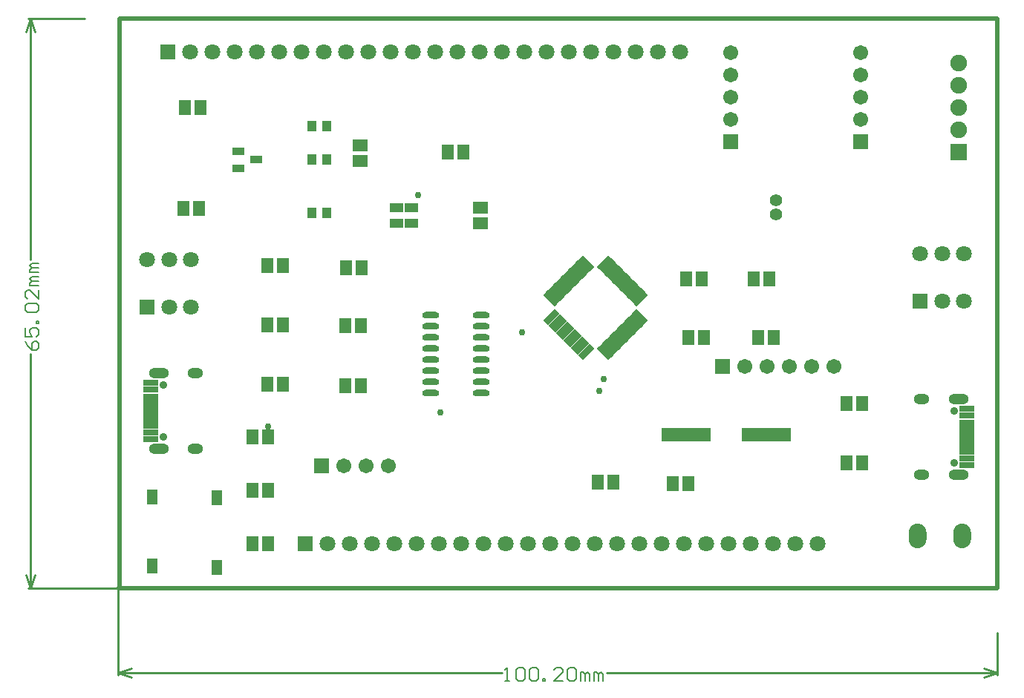
<source format=gts>
G04*
G04 #@! TF.GenerationSoftware,Altium Limited,Altium Designer,20.0.13 (296)*
G04*
G04 Layer_Color=8388736*
%FSLAX24Y24*%
%MOIN*%
G70*
G01*
G75*
%ADD10C,0.0100*%
%ADD17C,0.0060*%
%ADD18C,0.0200*%
%ADD32R,0.0434X0.0474*%
%ADD33O,0.0767X0.0300*%
%ADD34R,0.0537X0.0659*%
%ADD35R,0.0659X0.0537*%
%ADD36R,0.0474X0.0671*%
%ADD37R,0.0572X0.0356*%
%ADD38R,0.0336X0.0395*%
%ADD39R,0.0277X0.0395*%
%ADD40R,0.0651X0.0316*%
%ADD41R,0.0651X0.0198*%
%ADD42R,0.2245X0.0592*%
G04:AMPARAMS|DCode=43|XSize=15.9mil|YSize=71mil|CornerRadius=0mil|HoleSize=0mil|Usage=FLASHONLY|Rotation=315.000|XOffset=0mil|YOffset=0mil|HoleType=Round|Shape=Rectangle|*
%AMROTATEDRECTD43*
4,1,4,-0.0307,-0.0195,0.0195,0.0307,0.0307,0.0195,-0.0195,-0.0307,-0.0307,-0.0195,0.0*
%
%ADD43ROTATEDRECTD43*%

G04:AMPARAMS|DCode=44|XSize=71mil|YSize=15.9mil|CornerRadius=0mil|HoleSize=0mil|Usage=FLASHONLY|Rotation=315.000|XOffset=0mil|YOffset=0mil|HoleType=Round|Shape=Rectangle|*
%AMROTATEDRECTD44*
4,1,4,-0.0307,0.0195,-0.0195,0.0307,0.0307,-0.0195,0.0195,-0.0307,-0.0307,0.0195,0.0*
%
%ADD44ROTATEDRECTD44*%

%ADD45R,0.0671X0.0671*%
%ADD46C,0.0671*%
%ADD47R,0.0671X0.0671*%
%ADD48C,0.0710*%
%ADD49R,0.0710X0.0710*%
%ADD50R,0.0749X0.0749*%
%ADD51C,0.0749*%
%ADD52C,0.0080*%
%ADD53O,0.0907X0.0474*%
%ADD54O,0.0710X0.0474*%
%ADD55C,0.0356*%
%ADD56C,0.0552*%
%ADD57C,0.0300*%
G36*
X36244Y2193D02*
X36244Y2183D01*
X36243Y2173D01*
X36243Y2163D01*
X36242Y2153D01*
X36241Y2143D01*
X36239Y2133D01*
X36238Y2123D01*
X36236Y2113D01*
X36234Y2104D01*
X36231Y2094D01*
X36229Y2084D01*
X36226Y2075D01*
X36223Y2065D01*
X36219Y2056D01*
X36216Y2046D01*
X36212Y2037D01*
X36208Y2028D01*
X36204Y2019D01*
X36199Y2010D01*
X36194Y2001D01*
X36189Y1993D01*
X36184Y1984D01*
X36179Y1976D01*
X36173Y1968D01*
X36167Y1960D01*
X36161Y1952D01*
X36155Y1944D01*
X36149Y1936D01*
X36142Y1929D01*
X36135Y1921D01*
X36128Y1914D01*
X36121Y1907D01*
X36114Y1900D01*
X36107Y1894D01*
X36099Y1887D01*
X36091Y1881D01*
X36083Y1875D01*
X36075Y1869D01*
X36067Y1864D01*
X36058Y1858D01*
X36050Y1853D01*
X36041Y1848D01*
X36032Y1844D01*
X36023Y1839D01*
X36014Y1835D01*
X36005Y1831D01*
X35996Y1827D01*
X35987Y1823D01*
X35977Y1820D01*
X35968Y1817D01*
X35958Y1814D01*
X35949Y1811D01*
X35939Y1809D01*
X35929Y1807D01*
X35919Y1805D01*
X35910Y1803D01*
X35900Y1802D01*
X35890Y1801D01*
X35880Y1800D01*
X35870Y1799D01*
X35860Y1799D01*
X35850Y1799D01*
X35840Y1799D01*
X35830Y1799D01*
X35820Y1800D01*
X35810Y1801D01*
X35800Y1802D01*
X35790Y1803D01*
X35781Y1805D01*
X35771Y1807D01*
X35761Y1809D01*
X35751Y1811D01*
X35742Y1814D01*
X35732Y1817D01*
X35723Y1820D01*
X35713Y1823D01*
X35704Y1827D01*
X35695Y1831D01*
X35686Y1835D01*
X35677Y1839D01*
X35668Y1844D01*
X35659Y1848D01*
X35650Y1853D01*
X35642Y1858D01*
X35633Y1864D01*
X35625Y1869D01*
X35617Y1875D01*
X35609Y1881D01*
X35601Y1887D01*
X35594Y1894D01*
X35586Y1900D01*
X35579Y1907D01*
X35572Y1914D01*
X35565Y1921D01*
X35558Y1929D01*
X35551Y1936D01*
X35545Y1944D01*
X35539Y1952D01*
X35533Y1960D01*
X35527Y1968D01*
X35521Y1976D01*
X35516Y1984D01*
X35511Y1993D01*
X35506Y2001D01*
X35501Y2010D01*
X35497Y2019D01*
X35492Y2028D01*
X35488Y2037D01*
X35484Y2046D01*
X35481Y2056D01*
X35478Y2065D01*
X35474Y2075D01*
X35472Y2084D01*
X35469Y2094D01*
X35467Y2104D01*
X35464Y2113D01*
X35463Y2123D01*
X35461Y2133D01*
X35459Y2143D01*
X35458Y2153D01*
X35457Y2163D01*
X35457Y2173D01*
X35456Y2183D01*
X35456Y2193D01*
X35456Y2508D01*
X35456Y2517D01*
X35457Y2527D01*
X35457Y2537D01*
X35458Y2547D01*
X35459Y2557D01*
X35461Y2567D01*
X35463Y2577D01*
X35464Y2587D01*
X35467Y2597D01*
X35469Y2606D01*
X35472Y2616D01*
X35474Y2625D01*
X35478Y2635D01*
X35481Y2644D01*
X35484Y2654D01*
X35488Y2663D01*
X35492Y2672D01*
X35497Y2681D01*
X35501Y2690D01*
X35506Y2699D01*
X35511Y2707D01*
X35516Y2716D01*
X35521Y2724D01*
X35527Y2732D01*
X35533Y2741D01*
X35539Y2748D01*
X35545Y2756D01*
X35551Y2764D01*
X35558Y2771D01*
X35565Y2779D01*
X35572Y2786D01*
X35579Y2793D01*
X35586Y2800D01*
X35594Y2806D01*
X35601Y2813D01*
X35609Y2819D01*
X35617Y2825D01*
X35625Y2831D01*
X35633Y2836D01*
X35642Y2842D01*
X35650Y2847D01*
X35659Y2852D01*
X35668Y2856D01*
X35677Y2861D01*
X35686Y2865D01*
X35695Y2869D01*
X35704Y2873D01*
X35713Y2877D01*
X35723Y2880D01*
X35732Y2883D01*
X35742Y2886D01*
X35751Y2889D01*
X35761Y2891D01*
X35771Y2893D01*
X35781Y2895D01*
X35790Y2897D01*
X35800Y2898D01*
X35810Y2899D01*
X35820Y2900D01*
X35830Y2901D01*
X35840Y2901D01*
X35850Y2901D01*
X35860Y2901D01*
X35870Y2901D01*
X35880Y2900D01*
X35890Y2899D01*
X35900Y2898D01*
X35910Y2897D01*
X35919Y2895D01*
X35929Y2893D01*
X35939Y2891D01*
X35949Y2889D01*
X35958Y2886D01*
X35968Y2883D01*
X35977Y2880D01*
X35987Y2877D01*
X35996Y2873D01*
X36005Y2869D01*
X36014Y2865D01*
X36023Y2861D01*
X36032Y2856D01*
X36041Y2852D01*
X36050Y2847D01*
X36058Y2842D01*
X36067Y2836D01*
X36075Y2831D01*
X36083Y2825D01*
X36091Y2819D01*
X36099Y2813D01*
X36106Y2806D01*
X36114Y2800D01*
X36121Y2793D01*
X36128Y2786D01*
X36135Y2779D01*
X36142Y2771D01*
X36149Y2764D01*
X36155Y2756D01*
X36161Y2748D01*
X36167Y2741D01*
X36173Y2732D01*
X36179Y2724D01*
X36184Y2716D01*
X36189Y2707D01*
X36194Y2699D01*
X36199Y2690D01*
X36204Y2681D01*
X36208Y2672D01*
X36212Y2663D01*
X36216Y2654D01*
X36219Y2644D01*
X36223Y2635D01*
X36226Y2625D01*
X36229Y2616D01*
X36231Y2606D01*
X36234Y2597D01*
X36236Y2587D01*
X36238Y2577D01*
X36239Y2567D01*
X36241Y2557D01*
X36242Y2547D01*
X36243Y2537D01*
X36243Y2527D01*
X36244Y2517D01*
X36244Y2508D01*
X36244Y2193D01*
D02*
G37*
G36*
X38244Y2193D02*
X38244Y2183D01*
X38243Y2173D01*
X38243Y2163D01*
X38242Y2153D01*
X38241Y2143D01*
X38239Y2133D01*
X38238Y2123D01*
X38236Y2113D01*
X38234Y2104D01*
X38231Y2094D01*
X38229Y2084D01*
X38226Y2075D01*
X38223Y2065D01*
X38219Y2056D01*
X38216Y2046D01*
X38212Y2037D01*
X38208Y2028D01*
X38204Y2019D01*
X38199Y2010D01*
X38194Y2001D01*
X38189Y1993D01*
X38184Y1984D01*
X38179Y1976D01*
X38173Y1968D01*
X38167Y1960D01*
X38161Y1952D01*
X38155Y1944D01*
X38149Y1936D01*
X38142Y1929D01*
X38135Y1921D01*
X38128Y1914D01*
X38121Y1907D01*
X38114Y1900D01*
X38106Y1894D01*
X38099Y1887D01*
X38091Y1881D01*
X38083Y1875D01*
X38075Y1869D01*
X38067Y1864D01*
X38058Y1858D01*
X38050Y1853D01*
X38041Y1848D01*
X38032Y1844D01*
X38023Y1839D01*
X38014Y1835D01*
X38005Y1831D01*
X37996Y1827D01*
X37987Y1823D01*
X37977Y1820D01*
X37968Y1817D01*
X37958Y1814D01*
X37949Y1811D01*
X37939Y1809D01*
X37929Y1807D01*
X37920Y1805D01*
X37910Y1803D01*
X37900Y1802D01*
X37890Y1801D01*
X37880Y1800D01*
X37870Y1799D01*
X37860Y1799D01*
X37850Y1799D01*
X37840Y1799D01*
X37830Y1799D01*
X37820Y1800D01*
X37810Y1801D01*
X37800Y1802D01*
X37790Y1803D01*
X37781Y1805D01*
X37771Y1807D01*
X37761Y1809D01*
X37751Y1811D01*
X37742Y1814D01*
X37732Y1817D01*
X37723Y1820D01*
X37713Y1823D01*
X37704Y1827D01*
X37695Y1831D01*
X37686Y1835D01*
X37677Y1839D01*
X37668Y1844D01*
X37659Y1848D01*
X37650Y1853D01*
X37642Y1858D01*
X37633Y1864D01*
X37625Y1869D01*
X37617Y1875D01*
X37609Y1881D01*
X37601Y1887D01*
X37594Y1894D01*
X37586Y1900D01*
X37579Y1907D01*
X37572Y1914D01*
X37565Y1921D01*
X37558Y1929D01*
X37551Y1936D01*
X37545Y1944D01*
X37539Y1952D01*
X37533Y1960D01*
X37527Y1968D01*
X37521Y1976D01*
X37516Y1984D01*
X37511Y1993D01*
X37506Y2001D01*
X37501Y2010D01*
X37497Y2019D01*
X37492Y2028D01*
X37488Y2037D01*
X37484Y2046D01*
X37481Y2056D01*
X37478Y2065D01*
X37474Y2075D01*
X37472Y2084D01*
X37469Y2094D01*
X37467Y2104D01*
X37464Y2113D01*
X37463Y2123D01*
X37461Y2133D01*
X37459Y2143D01*
X37458Y2153D01*
X37457Y2163D01*
X37457Y2173D01*
X37456Y2183D01*
X37456Y2193D01*
X37456Y2508D01*
X37456Y2517D01*
X37457Y2527D01*
X37457Y2537D01*
X37458Y2547D01*
X37459Y2557D01*
X37461Y2567D01*
X37463Y2577D01*
X37464Y2587D01*
X37467Y2597D01*
X37469Y2606D01*
X37472Y2616D01*
X37474Y2625D01*
X37478Y2635D01*
X37481Y2644D01*
X37484Y2654D01*
X37488Y2663D01*
X37492Y2672D01*
X37497Y2681D01*
X37501Y2690D01*
X37506Y2699D01*
X37511Y2707D01*
X37516Y2716D01*
X37521Y2724D01*
X37527Y2732D01*
X37533Y2741D01*
X37539Y2748D01*
X37545Y2756D01*
X37551Y2764D01*
X37558Y2771D01*
X37565Y2779D01*
X37572Y2786D01*
X37579Y2793D01*
X37586Y2800D01*
X37594Y2806D01*
X37601Y2813D01*
X37609Y2819D01*
X37617Y2825D01*
X37625Y2831D01*
X37633Y2836D01*
X37642Y2842D01*
X37650Y2847D01*
X37659Y2852D01*
X37668Y2856D01*
X37677Y2861D01*
X37686Y2865D01*
X37695Y2869D01*
X37704Y2873D01*
X37713Y2877D01*
X37723Y2880D01*
X37732Y2883D01*
X37742Y2886D01*
X37751Y2889D01*
X37761Y2891D01*
X37771Y2893D01*
X37781Y2895D01*
X37790Y2897D01*
X37800Y2898D01*
X37810Y2899D01*
X37820Y2900D01*
X37830Y2901D01*
X37840Y2901D01*
X37850Y2901D01*
X37860Y2901D01*
X37870Y2901D01*
X37880Y2900D01*
X37890Y2899D01*
X37900Y2898D01*
X37910Y2897D01*
X37919Y2895D01*
X37929Y2893D01*
X37939Y2891D01*
X37949Y2889D01*
X37958Y2886D01*
X37968Y2883D01*
X37977Y2880D01*
X37987Y2877D01*
X37996Y2873D01*
X38005Y2869D01*
X38014Y2865D01*
X38023Y2861D01*
X38032Y2856D01*
X38041Y2852D01*
X38050Y2847D01*
X38058Y2842D01*
X38067Y2836D01*
X38075Y2831D01*
X38083Y2825D01*
X38091Y2819D01*
X38099Y2813D01*
X38106Y2806D01*
X38114Y2800D01*
X38121Y2793D01*
X38128Y2786D01*
X38135Y2779D01*
X38142Y2771D01*
X38149Y2764D01*
X38155Y2756D01*
X38161Y2748D01*
X38167Y2741D01*
X38173Y2732D01*
X38179Y2724D01*
X38184Y2716D01*
X38189Y2707D01*
X38194Y2699D01*
X38199Y2690D01*
X38204Y2681D01*
X38208Y2672D01*
X38212Y2663D01*
X38216Y2654D01*
X38219Y2644D01*
X38223Y2635D01*
X38226Y2625D01*
X38229Y2616D01*
X38231Y2606D01*
X38234Y2597D01*
X38236Y2587D01*
X38238Y2577D01*
X38239Y2567D01*
X38241Y2557D01*
X38242Y2547D01*
X38243Y2537D01*
X38243Y2527D01*
X38244Y2517D01*
X38244Y2508D01*
Y2193D01*
D02*
G37*
D10*
X-4175Y600D02*
X-3975Y0D01*
X-3775Y600D01*
X-3975Y25600D02*
X-3775Y25000D01*
X-4175D02*
X-3975Y25600D01*
Y0D02*
Y10531D01*
Y14749D02*
Y25600D01*
X-4075Y0D02*
X-25D01*
X-4075Y25600D02*
X-1525D01*
X-25Y-3800D02*
X575Y-3600D01*
X-25Y-3800D02*
X575Y-4000D01*
X38825D02*
X39425Y-3800D01*
X38825Y-3600D02*
X39425Y-3800D01*
X-25D02*
X17181D01*
X21899D02*
X39425D01*
X-25Y-3900D02*
Y0D01*
X39425Y-3900D02*
Y-2000D01*
D17*
X-4215Y11091D02*
X-4115Y10891D01*
X-3915Y10691D01*
X-3715D01*
X-3615Y10791D01*
Y10991D01*
X-3715Y11091D01*
X-3815D01*
X-3915Y10991D01*
Y10691D01*
X-4215Y11690D02*
Y11290D01*
X-3915D01*
X-4015Y11490D01*
Y11590D01*
X-3915Y11690D01*
X-3715D01*
X-3615Y11590D01*
Y11390D01*
X-3715Y11290D01*
X-3615Y11890D02*
X-3715D01*
Y11990D01*
X-3615D01*
Y11890D01*
X-4115Y12390D02*
X-4215Y12490D01*
Y12690D01*
X-4115Y12790D01*
X-3715D01*
X-3615Y12690D01*
Y12490D01*
X-3715Y12390D01*
X-4115D01*
X-3615Y13390D02*
Y12990D01*
X-4015Y13390D01*
X-4115D01*
X-4215Y13290D01*
Y13090D01*
X-4115Y12990D01*
X-3615Y13590D02*
X-4015D01*
Y13690D01*
X-3915Y13790D01*
X-3615D01*
X-3915D01*
X-4015Y13890D01*
X-3915Y13990D01*
X-3615D01*
Y14189D02*
X-4015D01*
Y14289D01*
X-3915Y14389D01*
X-3615D01*
X-3915D01*
X-4015Y14489D01*
X-3915Y14589D01*
X-3615D01*
X17341Y-4160D02*
X17541D01*
X17441D01*
Y-3560D01*
X17341Y-3660D01*
X17841D02*
X17941Y-3560D01*
X18140D01*
X18240Y-3660D01*
Y-4060D01*
X18140Y-4160D01*
X17941D01*
X17841Y-4060D01*
Y-3660D01*
X18440D02*
X18540Y-3560D01*
X18740D01*
X18840Y-3660D01*
Y-4060D01*
X18740Y-4160D01*
X18540D01*
X18440Y-4060D01*
Y-3660D01*
X19040Y-4160D02*
Y-4060D01*
X19140D01*
Y-4160D01*
X19040D01*
X19940D02*
X19540D01*
X19940Y-3760D01*
Y-3660D01*
X19840Y-3560D01*
X19640D01*
X19540Y-3660D01*
X20140D02*
X20240Y-3560D01*
X20440D01*
X20540Y-3660D01*
Y-4060D01*
X20440Y-4160D01*
X20240D01*
X20140Y-4060D01*
Y-3660D01*
X20740Y-4160D02*
Y-3760D01*
X20840D01*
X20940Y-3860D01*
Y-4160D01*
Y-3860D01*
X21040Y-3760D01*
X21139Y-3860D01*
Y-4160D01*
X21339D02*
Y-3760D01*
X21439D01*
X21539Y-3860D01*
Y-4160D01*
Y-3860D01*
X21639Y-3760D01*
X21739Y-3860D01*
Y-4160D01*
D18*
X39425Y0D02*
Y25600D01*
X25D02*
X39425D01*
X25Y0D02*
X39425D01*
X25D02*
Y25550D01*
X-25Y0D02*
X25D01*
D32*
X8665Y16850D02*
D03*
X9335D02*
D03*
X8665Y20750D02*
D03*
X9335D02*
D03*
X8665Y19250D02*
D03*
X9335D02*
D03*
D33*
X16250Y8750D02*
D03*
Y9250D02*
D03*
Y9750D02*
D03*
Y10250D02*
D03*
Y10750D02*
D03*
Y11250D02*
D03*
Y11750D02*
D03*
Y12250D02*
D03*
X13988Y8750D02*
D03*
Y9250D02*
D03*
Y9750D02*
D03*
Y10250D02*
D03*
Y10750D02*
D03*
Y11250D02*
D03*
Y11750D02*
D03*
Y12250D02*
D03*
D34*
X14750Y19600D02*
D03*
X15450D02*
D03*
X2900Y17050D02*
D03*
X3600D02*
D03*
X2950Y21600D02*
D03*
X3650D02*
D03*
X10850Y11800D02*
D03*
X10150D02*
D03*
X10200Y14400D02*
D03*
X10900D02*
D03*
X5999Y2000D02*
D03*
X6700D02*
D03*
X26250Y11250D02*
D03*
X25550D02*
D03*
X29400D02*
D03*
X28700D02*
D03*
X24850Y4700D02*
D03*
X25550D02*
D03*
X28500Y13900D02*
D03*
X29200D02*
D03*
X25450D02*
D03*
X26150D02*
D03*
X6650Y11825D02*
D03*
X7350D02*
D03*
X6700Y6800D02*
D03*
X5999D02*
D03*
X22200Y4750D02*
D03*
X21500D02*
D03*
X6700Y4400D02*
D03*
X5999D02*
D03*
X33345Y8286D02*
D03*
X32644D02*
D03*
X33345Y5636D02*
D03*
X32645D02*
D03*
X10150Y9100D02*
D03*
X10850D02*
D03*
X6650Y14500D02*
D03*
X7350D02*
D03*
Y9150D02*
D03*
X6650D02*
D03*
D35*
X16211Y16400D02*
D03*
Y17100D02*
D03*
X10814Y19892D02*
D03*
Y19191D02*
D03*
D36*
X4400Y945D02*
D03*
Y4055D02*
D03*
X1500Y995D02*
D03*
Y4105D02*
D03*
D37*
X6144Y19250D02*
D03*
X5356Y18876D02*
D03*
Y19624D02*
D03*
D38*
X13265Y17100D02*
D03*
X13265Y16391D02*
D03*
X12320Y17100D02*
D03*
X12320Y16391D02*
D03*
D39*
X12950Y17100D02*
D03*
X12950Y16391D02*
D03*
X12635Y17100D02*
D03*
X12635Y16391D02*
D03*
D40*
X1419Y6685D02*
D03*
Y6990D02*
D03*
Y8919D02*
D03*
Y9222D02*
D03*
X38048Y8056D02*
D03*
Y7751D02*
D03*
Y5821D02*
D03*
Y5518D02*
D03*
D41*
X1419Y7266D02*
D03*
X1419Y7463D02*
D03*
X1419Y7659D02*
D03*
Y7856D02*
D03*
Y8053D02*
D03*
Y8250D02*
D03*
Y8447D02*
D03*
Y8644D02*
D03*
X38048Y7475D02*
D03*
X38048Y7278D02*
D03*
X38048Y7081D02*
D03*
Y6884D02*
D03*
Y6688D02*
D03*
Y6491D02*
D03*
Y6294D02*
D03*
Y6097D02*
D03*
D42*
X29050Y6900D02*
D03*
X25465D02*
D03*
D43*
X19359Y12230D02*
D03*
X19471Y12118D02*
D03*
X19582Y12007D02*
D03*
X19693Y11896D02*
D03*
X19805Y11784D02*
D03*
X19916Y11673D02*
D03*
X20028Y11562D02*
D03*
X20139Y11450D02*
D03*
X20250Y11339D02*
D03*
X20362Y11228D02*
D03*
X20473Y11116D02*
D03*
X20584Y11005D02*
D03*
X20696Y10893D02*
D03*
X20807Y10782D02*
D03*
X20918Y10671D02*
D03*
X21030Y10559D02*
D03*
X23441Y12970D02*
D03*
X23329Y13082D02*
D03*
X23218Y13193D02*
D03*
X23107Y13304D02*
D03*
X22995Y13416D02*
D03*
X22884Y13527D02*
D03*
X22772Y13638D02*
D03*
X22661Y13750D02*
D03*
X22550Y13861D02*
D03*
X22438Y13972D02*
D03*
X22327Y14084D02*
D03*
X22216Y14195D02*
D03*
X22104Y14307D02*
D03*
X21993Y14418D02*
D03*
X21882Y14529D02*
D03*
X21770Y14641D02*
D03*
D44*
Y10559D02*
D03*
X21882Y10671D02*
D03*
X21993Y10782D02*
D03*
X22104Y10893D02*
D03*
X22216Y11005D02*
D03*
X22327Y11116D02*
D03*
X22438Y11228D02*
D03*
X22550Y11339D02*
D03*
X22661Y11450D02*
D03*
X22772Y11562D02*
D03*
X22884Y11673D02*
D03*
X22995Y11784D02*
D03*
X23107Y11896D02*
D03*
X23218Y12007D02*
D03*
X23329Y12118D02*
D03*
X23441Y12230D02*
D03*
X21030Y14641D02*
D03*
X20918Y14529D02*
D03*
X20807Y14418D02*
D03*
X20696Y14307D02*
D03*
X20584Y14195D02*
D03*
X20473Y14084D02*
D03*
X20362Y13972D02*
D03*
X20250Y13861D02*
D03*
X20139Y13750D02*
D03*
X20028Y13638D02*
D03*
X19916Y13527D02*
D03*
X19805Y13416D02*
D03*
X19693Y13304D02*
D03*
X19582Y13193D02*
D03*
X19471Y13082D02*
D03*
X19359Y12970D02*
D03*
D45*
X27450Y20050D02*
D03*
X33300D02*
D03*
D46*
X27450Y21050D02*
D03*
Y22050D02*
D03*
Y23050D02*
D03*
Y24050D02*
D03*
X33300D02*
D03*
Y23050D02*
D03*
Y22050D02*
D03*
Y21050D02*
D03*
X28100Y9950D02*
D03*
X29100D02*
D03*
X30100D02*
D03*
X31100D02*
D03*
X32100D02*
D03*
X12100Y5500D02*
D03*
X11100D02*
D03*
X10100D02*
D03*
D47*
X27100Y9950D02*
D03*
X9100Y5500D02*
D03*
D48*
X37934Y15013D02*
D03*
X36950D02*
D03*
X35966D02*
D03*
X37934Y12887D02*
D03*
X36950D02*
D03*
X3234Y14763D02*
D03*
X2250D02*
D03*
X1266D02*
D03*
X3234Y12637D02*
D03*
X2250D02*
D03*
X3200Y24100D02*
D03*
X4200D02*
D03*
X5200D02*
D03*
X6200D02*
D03*
X7200D02*
D03*
X8200D02*
D03*
X9200D02*
D03*
X10200D02*
D03*
X11200D02*
D03*
X12200D02*
D03*
X13200D02*
D03*
X14200D02*
D03*
X15200D02*
D03*
X16200D02*
D03*
X17200D02*
D03*
X18200D02*
D03*
X19200D02*
D03*
X20200D02*
D03*
X21200D02*
D03*
X22200D02*
D03*
X23200D02*
D03*
X24200D02*
D03*
X25200D02*
D03*
X9350Y2000D02*
D03*
X10350D02*
D03*
X11350D02*
D03*
X12350D02*
D03*
X13350D02*
D03*
X14350D02*
D03*
X15350D02*
D03*
X16350D02*
D03*
X17350D02*
D03*
X18350D02*
D03*
X19350D02*
D03*
X20350D02*
D03*
X21350D02*
D03*
X22350D02*
D03*
X23350D02*
D03*
X24350D02*
D03*
X25350D02*
D03*
X26350D02*
D03*
X27350D02*
D03*
X28350D02*
D03*
X29350D02*
D03*
X30350D02*
D03*
X31350D02*
D03*
D49*
X35966Y12887D02*
D03*
X1266Y12637D02*
D03*
X2200Y24100D02*
D03*
X8350Y2000D02*
D03*
D50*
X37700Y19600D02*
D03*
D51*
Y20600D02*
D03*
Y21600D02*
D03*
Y22600D02*
D03*
Y23600D02*
D03*
D52*
X35850Y2350D02*
D03*
X37850Y2350D02*
D03*
D53*
X1779Y6254D02*
D03*
Y9656D02*
D03*
X37688Y8487D02*
D03*
Y5085D02*
D03*
D54*
X3425Y6254D02*
D03*
Y9656D02*
D03*
X36042Y8487D02*
D03*
Y5085D02*
D03*
D55*
X1988Y6782D02*
D03*
Y9128D02*
D03*
X37479Y7959D02*
D03*
Y5613D02*
D03*
D56*
X29500Y16785D02*
D03*
Y17415D02*
D03*
D57*
X13425Y17670D02*
D03*
X21770Y9390D02*
D03*
X18095Y11510D02*
D03*
X21545Y8860D02*
D03*
X14425Y7890D02*
D03*
X6700Y7249D02*
D03*
M02*

</source>
